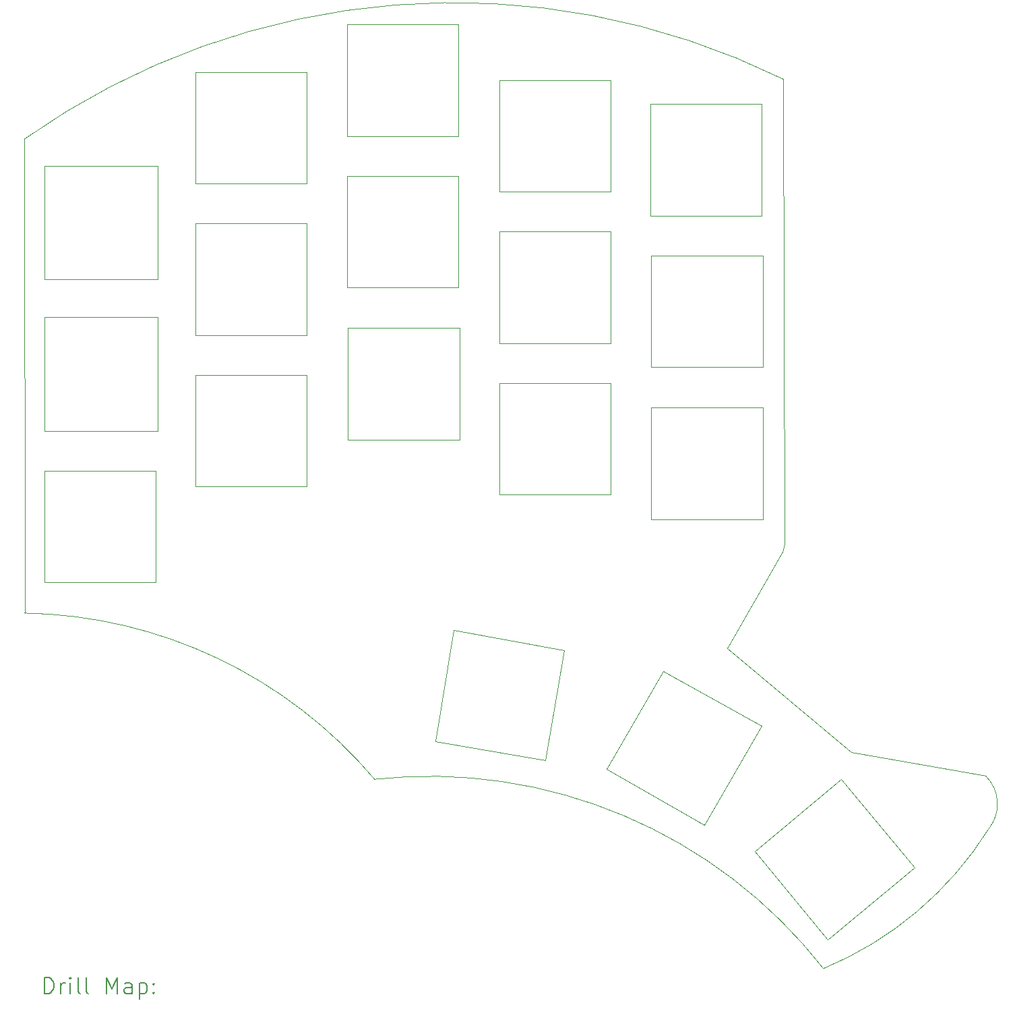
<source format=gbr>
%FSLAX45Y45*%
G04 Gerber Fmt 4.5, Leading zero omitted, Abs format (unit mm)*
G04 Created by KiCad (PCBNEW (6.0.4-0)) date 2022-05-15 20:04:57*
%MOMM*%
%LPD*%
G01*
G04 APERTURE LIST*
%TA.AperFunction,Profile*%
%ADD10C,0.050000*%
%TD*%
%ADD11C,0.200000*%
G04 APERTURE END LIST*
D10*
X8025000Y-7675000D02*
X8025000Y-6250000D01*
X8025000Y-9575000D02*
X8025000Y-8150000D01*
X9450000Y-9575000D02*
X9425000Y-9575000D01*
X8025000Y-11475000D02*
X8025000Y-10075000D01*
X8025000Y-10075000D02*
X9425000Y-10075000D01*
X9425000Y-10075000D02*
X9425000Y-11475000D01*
X9425000Y-11475000D02*
X8025000Y-11475000D01*
X17050000Y-10685000D02*
X15650000Y-10685000D01*
X15650000Y-10685000D02*
X15650000Y-9285000D01*
X17050000Y-9285000D02*
X17050000Y-10685000D01*
X15650000Y-9285000D02*
X17050000Y-9285000D01*
X12940000Y-13470000D02*
X14320000Y-13710000D01*
X16950000Y-14850000D02*
X17870000Y-15960000D01*
X16950000Y-14850000D02*
X18040000Y-13950000D01*
X16602157Y-12301532D02*
X17300657Y-11095032D01*
X18158793Y-13610828D02*
X16602157Y-12301532D01*
X17300657Y-11095032D02*
X17325000Y-11000000D01*
X8025000Y-8150000D02*
X9425000Y-8150000D01*
X11840000Y-8285000D02*
X13240000Y-8285000D01*
X9925000Y-5075000D02*
X11325000Y-5075000D01*
X11840000Y-9685000D02*
X11840000Y-8285000D01*
X13230000Y-6375000D02*
X13230000Y-7775000D01*
X9450000Y-7675000D02*
X8025000Y-7675000D01*
X15140000Y-8975000D02*
X15140000Y-10375000D01*
X13240000Y-8285000D02*
X13240000Y-9685000D01*
X16320000Y-14520000D02*
X17040000Y-13280000D01*
X8025000Y-6250000D02*
X9450000Y-6250000D01*
X13740000Y-8975000D02*
X15140000Y-8975000D01*
X13240000Y-9685000D02*
X11840000Y-9685000D01*
X9450000Y-6250000D02*
X9450000Y-7675000D01*
X19852157Y-13907808D02*
X18158793Y-13610828D01*
X17303750Y-5159375D02*
X17325000Y-11000000D01*
X15140000Y-7075000D02*
X15140000Y-8475000D01*
X7774954Y-5914571D02*
X7779480Y-11863649D01*
X19890686Y-14570430D02*
G75*
G03*
X19852157Y-13907808I-385426J310020D01*
G01*
X15650000Y-7375000D02*
X17050000Y-7375000D01*
X11325000Y-5075000D02*
X11325000Y-6475000D01*
X11325000Y-8375000D02*
X9925000Y-8375000D01*
X11325000Y-6475000D02*
X9925000Y-6475000D01*
X9425000Y-8150000D02*
X9450000Y-8150000D01*
X14320000Y-13710000D02*
X14560000Y-12330000D01*
X13740000Y-6575000D02*
X13740000Y-5175000D01*
X17812861Y-16325288D02*
G75*
G03*
X12174925Y-13949323I-4949949J-3868630D01*
G01*
X11830000Y-5875000D02*
X11830000Y-4475000D01*
X9925000Y-10275000D02*
X9925000Y-8875000D01*
X9925000Y-6975000D02*
X11325000Y-6975000D01*
X9925000Y-8375000D02*
X9925000Y-6975000D01*
X12174926Y-13949323D02*
G75*
G03*
X7779480Y-11863649I-4496261J-3801207D01*
G01*
X15800000Y-12590000D02*
X17040000Y-13280000D01*
X13230000Y-7775000D02*
X11830000Y-7775000D01*
X13740000Y-7075000D02*
X15140000Y-7075000D01*
X17812861Y-16325288D02*
G75*
G03*
X19890684Y-14570429I-1704573J4125824D01*
G01*
X15140000Y-6575000D02*
X13740000Y-6575000D01*
X11325000Y-8875000D02*
X11325000Y-10275000D01*
X15800000Y-12590000D02*
X15090000Y-13820000D01*
X16320000Y-14520000D02*
X15090000Y-13820000D01*
X9925000Y-8875000D02*
X11325000Y-8875000D01*
X13740000Y-5175000D02*
X15140000Y-5175000D01*
X11830000Y-6375000D02*
X13230000Y-6375000D01*
X17303750Y-5159375D02*
G75*
G03*
X7774954Y-5914571I-4127500J-8413750D01*
G01*
X17870000Y-15960000D02*
X18960000Y-15060000D01*
X18040000Y-13950000D02*
X18960000Y-15060000D01*
X17040000Y-5475000D02*
X17040000Y-6875000D01*
X9450000Y-8150000D02*
X9450000Y-9575000D01*
X13230000Y-5875000D02*
X11830000Y-5875000D01*
X15650000Y-8775000D02*
X15650000Y-7375000D01*
X9425000Y-9575000D02*
X8025000Y-9575000D01*
X13170000Y-12080000D02*
X12940000Y-13470000D01*
X15140000Y-10375000D02*
X13740000Y-10375000D01*
X13230000Y-4475000D02*
X13230000Y-5875000D01*
X15640000Y-6875000D02*
X15640000Y-5475000D01*
X17040000Y-6875000D02*
X15640000Y-6875000D01*
X15140000Y-8475000D02*
X13740000Y-8475000D01*
X15140000Y-5175000D02*
X15140000Y-6575000D01*
X11325000Y-10275000D02*
X9925000Y-10275000D01*
X13740000Y-10375000D02*
X13740000Y-8975000D01*
X15640000Y-5475000D02*
X17040000Y-5475000D01*
X11325000Y-6975000D02*
X11325000Y-8375000D01*
X11830000Y-4475000D02*
X13230000Y-4475000D01*
X17050000Y-7375000D02*
X17050000Y-8775000D01*
X13740000Y-8475000D02*
X13740000Y-7075000D01*
X17050000Y-8775000D02*
X15650000Y-8775000D01*
X14560000Y-12330000D02*
X13170000Y-12080000D01*
X9925000Y-6475000D02*
X9925000Y-5075000D01*
X11830000Y-7775000D02*
X11830000Y-6375000D01*
D11*
X8030073Y-16638264D02*
X8030073Y-16438264D01*
X8077692Y-16438264D01*
X8106264Y-16447788D01*
X8125311Y-16466836D01*
X8134835Y-16485883D01*
X8144359Y-16523979D01*
X8144359Y-16552550D01*
X8134835Y-16590645D01*
X8125311Y-16609693D01*
X8106264Y-16628740D01*
X8077692Y-16638264D01*
X8030073Y-16638264D01*
X8230073Y-16638264D02*
X8230073Y-16504931D01*
X8230073Y-16543026D02*
X8239597Y-16523979D01*
X8249121Y-16514455D01*
X8268168Y-16504931D01*
X8287216Y-16504931D01*
X8353883Y-16638264D02*
X8353883Y-16504931D01*
X8353883Y-16438264D02*
X8344359Y-16447788D01*
X8353883Y-16457312D01*
X8363406Y-16447788D01*
X8353883Y-16438264D01*
X8353883Y-16457312D01*
X8477692Y-16638264D02*
X8458645Y-16628740D01*
X8449121Y-16609693D01*
X8449121Y-16438264D01*
X8582454Y-16638264D02*
X8563406Y-16628740D01*
X8553883Y-16609693D01*
X8553883Y-16438264D01*
X8811026Y-16638264D02*
X8811026Y-16438264D01*
X8877692Y-16581121D01*
X8944359Y-16438264D01*
X8944359Y-16638264D01*
X9125311Y-16638264D02*
X9125311Y-16533502D01*
X9115787Y-16514455D01*
X9096740Y-16504931D01*
X9058645Y-16504931D01*
X9039597Y-16514455D01*
X9125311Y-16628740D02*
X9106264Y-16638264D01*
X9058645Y-16638264D01*
X9039597Y-16628740D01*
X9030073Y-16609693D01*
X9030073Y-16590645D01*
X9039597Y-16571598D01*
X9058645Y-16562074D01*
X9106264Y-16562074D01*
X9125311Y-16552550D01*
X9220549Y-16504931D02*
X9220549Y-16704931D01*
X9220549Y-16514455D02*
X9239597Y-16504931D01*
X9277692Y-16504931D01*
X9296740Y-16514455D01*
X9306264Y-16523979D01*
X9315787Y-16543026D01*
X9315787Y-16600169D01*
X9306264Y-16619217D01*
X9296740Y-16628740D01*
X9277692Y-16638264D01*
X9239597Y-16638264D01*
X9220549Y-16628740D01*
X9401502Y-16619217D02*
X9411026Y-16628740D01*
X9401502Y-16638264D01*
X9391978Y-16628740D01*
X9401502Y-16619217D01*
X9401502Y-16638264D01*
X9401502Y-16514455D02*
X9411026Y-16523979D01*
X9401502Y-16533502D01*
X9391978Y-16523979D01*
X9401502Y-16514455D01*
X9401502Y-16533502D01*
M02*

</source>
